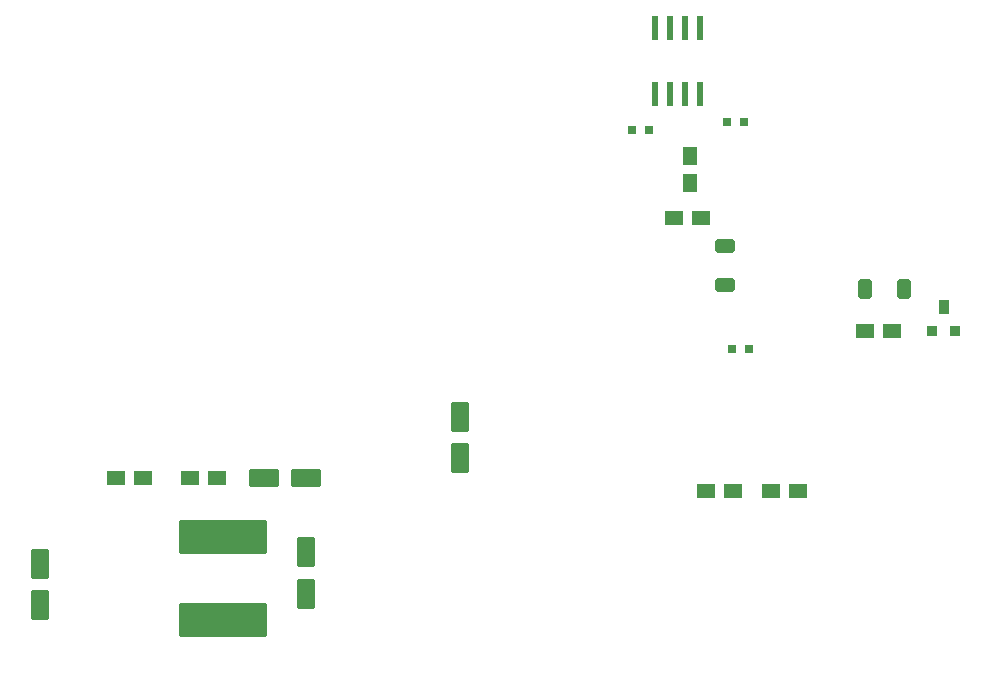
<source format=gbr>
%TF.GenerationSoftware,Altium Limited,Altium Designer,24.0.1 (36)*%
G04 Layer_Color=8421504*
%FSLAX45Y45*%
%MOMM*%
%TF.SameCoordinates,95B5C6B2-F670-4A0E-B731-85317CB4A22F*%
%TF.FilePolarity,Positive*%
%TF.FileFunction,Paste,Top*%
%TF.Part,Single*%
G01*
G75*
%TA.AperFunction,SMDPad,CuDef*%
G04:AMPARAMS|DCode=10|XSize=1.14mm|YSize=1.63mm|CornerRadius=0.1425mm|HoleSize=0mm|Usage=FLASHONLY|Rotation=0.000|XOffset=0mm|YOffset=0mm|HoleType=Round|Shape=RoundedRectangle|*
%AMROUNDEDRECTD10*
21,1,1.14000,1.34500,0,0,0.0*
21,1,0.85500,1.63000,0,0,0.0*
1,1,0.28500,0.42750,-0.67250*
1,1,0.28500,-0.42750,-0.67250*
1,1,0.28500,-0.42750,0.67250*
1,1,0.28500,0.42750,0.67250*
%
%ADD10ROUNDEDRECTD10*%
%ADD14R,0.91440X1.27000*%
%ADD15R,0.91440X0.91440*%
G04:AMPARAMS|DCode=17|XSize=1.14mm|YSize=1.63mm|CornerRadius=0.1425mm|HoleSize=0mm|Usage=FLASHONLY|Rotation=90.000|XOffset=0mm|YOffset=0mm|HoleType=Round|Shape=RoundedRectangle|*
%AMROUNDEDRECTD17*
21,1,1.14000,1.34500,0,0,90.0*
21,1,0.85500,1.63000,0,0,90.0*
1,1,0.28500,0.67250,0.42750*
1,1,0.28500,0.67250,-0.42750*
1,1,0.28500,-0.67250,-0.42750*
1,1,0.28500,-0.67250,0.42750*
%
%ADD17ROUNDEDRECTD17*%
G04:AMPARAMS|DCode=81|XSize=1.484mm|YSize=1.23mm|CornerRadius=0.07525mm|HoleSize=0mm|Usage=FLASHONLY|Rotation=180.000|XOffset=0mm|YOffset=0mm|HoleType=Round|Shape=RoundedRectangle|*
%AMROUNDEDRECTD81*
21,1,1.48400,1.07950,0,0,180.0*
21,1,1.33350,1.23000,0,0,180.0*
1,1,0.15050,-0.66675,0.53975*
1,1,0.15050,0.66675,0.53975*
1,1,0.15050,0.66675,-0.53975*
1,1,0.15050,-0.66675,-0.53975*
%
%ADD81ROUNDEDRECTD81*%
G04:AMPARAMS|DCode=82|XSize=0.722mm|YSize=0.722mm|CornerRadius=0.0181mm|HoleSize=0mm|Usage=FLASHONLY|Rotation=180.000|XOffset=0mm|YOffset=0mm|HoleType=Round|Shape=RoundedRectangle|*
%AMROUNDEDRECTD82*
21,1,0.72200,0.68580,0,0,180.0*
21,1,0.68580,0.72200,0,0,180.0*
1,1,0.03620,-0.34290,0.34290*
1,1,0.03620,0.34290,0.34290*
1,1,0.03620,0.34290,-0.34290*
1,1,0.03620,-0.34290,-0.34290*
%
%ADD82ROUNDEDRECTD82*%
G04:AMPARAMS|DCode=83|XSize=1.484mm|YSize=1.23mm|CornerRadius=0.07525mm|HoleSize=0mm|Usage=FLASHONLY|Rotation=90.000|XOffset=0mm|YOffset=0mm|HoleType=Round|Shape=RoundedRectangle|*
%AMROUNDEDRECTD83*
21,1,1.48400,1.07950,0,0,90.0*
21,1,1.33350,1.23000,0,0,90.0*
1,1,0.15050,0.53975,0.66675*
1,1,0.15050,0.53975,-0.66675*
1,1,0.15050,-0.53975,-0.66675*
1,1,0.15050,-0.53975,0.66675*
%
%ADD83ROUNDEDRECTD83*%
G04:AMPARAMS|DCode=84|XSize=7.46mm|YSize=2.96mm|CornerRadius=0.205mm|HoleSize=0mm|Usage=FLASHONLY|Rotation=180.000|XOffset=0mm|YOffset=0mm|HoleType=Round|Shape=RoundedRectangle|*
%AMROUNDEDRECTD84*
21,1,7.46000,2.55000,0,0,180.0*
21,1,7.05000,2.96000,0,0,180.0*
1,1,0.41000,-3.52500,1.27500*
1,1,0.41000,3.52500,1.27500*
1,1,0.41000,3.52500,-1.27500*
1,1,0.41000,-3.52500,-1.27500*
%
%ADD84ROUNDEDRECTD84*%
G04:AMPARAMS|DCode=85|XSize=2.46mm|YSize=1.56mm|CornerRadius=0.1mm|HoleSize=0mm|Usage=FLASHONLY|Rotation=90.000|XOffset=0mm|YOffset=0mm|HoleType=Round|Shape=RoundedRectangle|*
%AMROUNDEDRECTD85*
21,1,2.46000,1.36000,0,0,90.0*
21,1,2.26000,1.56000,0,0,90.0*
1,1,0.20000,0.68000,1.13000*
1,1,0.20000,0.68000,-1.13000*
1,1,0.20000,-0.68000,-1.13000*
1,1,0.20000,-0.68000,1.13000*
%
%ADD85ROUNDEDRECTD85*%
G04:AMPARAMS|DCode=86|XSize=1.992mm|YSize=0.5696mm|CornerRadius=0.02572mm|HoleSize=0mm|Usage=FLASHONLY|Rotation=270.000|XOffset=0mm|YOffset=0mm|HoleType=Round|Shape=RoundedRectangle|*
%AMROUNDEDRECTD86*
21,1,1.99200,0.51816,0,0,270.0*
21,1,1.94056,0.56960,0,0,270.0*
1,1,0.05144,-0.25908,-0.97028*
1,1,0.05144,-0.25908,0.97028*
1,1,0.05144,0.25908,0.97028*
1,1,0.05144,0.25908,-0.97028*
%
%ADD86ROUNDEDRECTD86*%
G04:AMPARAMS|DCode=87|XSize=2.46mm|YSize=1.56mm|CornerRadius=0.1mm|HoleSize=0mm|Usage=FLASHONLY|Rotation=0.000|XOffset=0mm|YOffset=0mm|HoleType=Round|Shape=RoundedRectangle|*
%AMROUNDEDRECTD87*
21,1,2.46000,1.36000,0,0,0.0*
21,1,2.26000,1.56000,0,0,0.0*
1,1,0.20000,1.13000,-0.68000*
1,1,0.20000,-1.13000,-0.68000*
1,1,0.20000,-1.13000,0.68000*
1,1,0.20000,1.13000,0.68000*
%
%ADD87ROUNDEDRECTD87*%
D10*
X8935000Y3650000D02*
D03*
X9263000D02*
D03*
D14*
X9600000Y3500000D02*
D03*
D15*
X9693980Y3296800D02*
D03*
X9503480D02*
D03*
D17*
X7750000Y3686000D02*
D03*
Y4014000D02*
D03*
D81*
X7820000Y1940000D02*
D03*
X7591400D02*
D03*
X8368600D02*
D03*
X8140000D02*
D03*
X7550000Y4253465D02*
D03*
X7321400D02*
D03*
X3450000Y2050000D02*
D03*
X3221400D02*
D03*
X2819634Y2051065D02*
D03*
X2591034D02*
D03*
X8935700Y3300000D02*
D03*
X9164300D02*
D03*
D82*
X7950000Y3150000D02*
D03*
X7810300D02*
D03*
X7104600Y4996866D02*
D03*
X6964900D02*
D03*
X7770300Y5070000D02*
D03*
X7910000D02*
D03*
D83*
X7450000Y4550671D02*
D03*
Y4779271D02*
D03*
D84*
X3500000Y1550000D02*
D03*
Y850000D02*
D03*
D85*
X5510000Y2572285D02*
D03*
Y2222286D02*
D03*
X4200000Y1075000D02*
D03*
Y1425000D02*
D03*
X1950000Y1325000D02*
D03*
Y975000D02*
D03*
D86*
X7536400Y5860466D02*
D03*
X7409400D02*
D03*
X7282400D02*
D03*
X7155400D02*
D03*
Y5301666D02*
D03*
X7282400D02*
D03*
X7409400D02*
D03*
X7536400D02*
D03*
D87*
X4200000Y2050000D02*
D03*
X3850000D02*
D03*
%TF.MD5,25cf3926bdfb9db85cb203f644bfba5a*%
M02*

</source>
